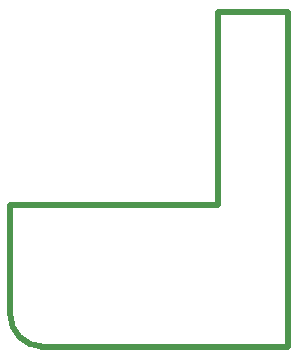
<source format=gbr>
G04 start of page 4 for group 6 idx 6 *
G04 Title: (unknown), outline *
G04 Creator: pcb 4.2.0 *
G04 CreationDate: Thu Feb 13 16:47:07 2020 UTC *
G04 For: blinken *
G04 Format: Gerber/RS-274X *
G04 PCB-Dimensions (mm): 65.00 56.00 *
G04 PCB-Coordinate-Origin: lower left *
%MOMM*%
%FSLAX43Y43*%
%LNOUTLINE*%
%ADD27C,0.500*%
G54D27*X23950Y55750D02*Y27400D01*
X18050Y55750D02*Y39400D01*
Y55750D02*X23950D01*
X450Y39400D02*X18050D01*
X450D02*Y30150D01*
X3050Y27400D02*X23900D01*
X450Y30150D02*G75*G03X3200Y27400I2750J0D01*G01*
M02*

</source>
